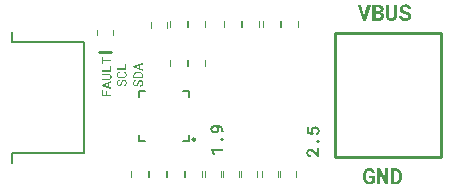
<source format=gto>
G04*
G04 #@! TF.GenerationSoftware,Altium Limited,Altium Designer,20.1.12 (249)*
G04*
G04 Layer_Color=65535*
%FSLAX25Y25*%
%MOIN*%
G70*
G04*
G04 #@! TF.SameCoordinates,107415BC-DFEE-44E7-A37C-D126963BBEB2*
G04*
G04*
G04 #@! TF.FilePolarity,Positive*
G04*
G01*
G75*
%ADD10C,0.01000*%
%ADD11C,0.00394*%
%ADD12C,0.00591*%
%ADD13C,0.00500*%
G36*
X30712Y47501D02*
X33593D01*
Y47101D01*
X30712D01*
Y46102D01*
X30363D01*
Y48500D01*
X30712D01*
Y47501D01*
D02*
G37*
G36*
X33593Y43649D02*
X30363D01*
Y44060D01*
X33249D01*
Y45636D01*
X33593D01*
Y43649D01*
D02*
G37*
G36*
X32638Y42895D02*
X32688Y42889D01*
X32755Y42883D01*
X32827Y42867D01*
X32899Y42850D01*
X32977Y42822D01*
X32988Y42817D01*
X33010Y42806D01*
X33049Y42789D01*
X33093Y42767D01*
X33149Y42734D01*
X33210Y42695D01*
X33271Y42650D01*
X33326Y42600D01*
X33332Y42595D01*
X33349Y42578D01*
X33376Y42545D01*
X33410Y42506D01*
X33443Y42456D01*
X33482Y42401D01*
X33521Y42340D01*
X33554Y42267D01*
X33560Y42256D01*
X33565Y42234D01*
X33582Y42195D01*
X33593Y42145D01*
X33610Y42084D01*
X33626Y42012D01*
X33632Y41929D01*
X33637Y41846D01*
Y41807D01*
X33632Y41762D01*
X33626Y41707D01*
X33615Y41640D01*
X33604Y41568D01*
X33582Y41490D01*
X33554Y41418D01*
X33549Y41407D01*
X33537Y41385D01*
X33521Y41352D01*
X33493Y41302D01*
X33460Y41252D01*
X33421Y41196D01*
X33376Y41141D01*
X33326Y41085D01*
X33321Y41080D01*
X33299Y41063D01*
X33271Y41035D01*
X33226Y41008D01*
X33177Y40974D01*
X33116Y40935D01*
X33049Y40902D01*
X32977Y40869D01*
X32966Y40863D01*
X32943Y40858D01*
X32899Y40847D01*
X32849Y40830D01*
X32788Y40813D01*
X32716Y40802D01*
X32638Y40797D01*
X32555Y40791D01*
X30363Y40797D01*
Y41185D01*
X32555Y41196D01*
X32561D01*
X32577D01*
X32605D01*
X32644Y41202D01*
X32688Y41207D01*
X32733Y41213D01*
X32833Y41241D01*
X32838D01*
X32855Y41252D01*
X32882Y41257D01*
X32910Y41274D01*
X32988Y41313D01*
X33066Y41363D01*
X33071Y41368D01*
X33082Y41379D01*
X33099Y41396D01*
X33121Y41418D01*
X33149Y41451D01*
X33177Y41485D01*
X33232Y41568D01*
Y41574D01*
X33243Y41590D01*
X33249Y41612D01*
X33260Y41651D01*
X33271Y41690D01*
X33282Y41735D01*
X33288Y41790D01*
X33293Y41846D01*
Y41873D01*
X33288Y41901D01*
Y41940D01*
X33277Y41984D01*
X33265Y42029D01*
X33254Y42079D01*
X33232Y42123D01*
X33226Y42129D01*
X33221Y42145D01*
X33210Y42167D01*
X33188Y42195D01*
X33138Y42262D01*
X33071Y42323D01*
X33066Y42328D01*
X33055Y42334D01*
X33032Y42351D01*
X32999Y42367D01*
X32966Y42389D01*
X32927Y42412D01*
X32833Y42445D01*
X32827D01*
X32810Y42450D01*
X32783Y42462D01*
X32749Y42467D01*
X32705Y42478D01*
X32660Y42484D01*
X32555Y42495D01*
X30363Y42500D01*
Y42900D01*
X32555D01*
X32566D01*
X32594D01*
X32638Y42895D01*
D02*
G37*
G36*
X33593Y39942D02*
X32760Y39687D01*
Y38610D01*
X33593Y38349D01*
Y37938D01*
X30363Y38982D01*
Y39326D01*
X33593Y40353D01*
Y39942D01*
D02*
G37*
G36*
X30712Y35874D02*
X31822D01*
Y37217D01*
X32166D01*
Y35874D01*
X33593D01*
Y35458D01*
X30363D01*
Y37439D01*
X30712D01*
Y35874D01*
D02*
G37*
G36*
X68750Y25893D02*
X68802D01*
X68928Y25886D01*
X69076Y25871D01*
X69239Y25841D01*
X69402Y25812D01*
X69572Y25767D01*
X69579D01*
X69594Y25760D01*
X69616Y25752D01*
X69646Y25745D01*
X69727Y25715D01*
X69823Y25671D01*
X69942Y25619D01*
X70068Y25553D01*
X70193Y25471D01*
X70319Y25375D01*
X70334Y25360D01*
X70371Y25331D01*
X70423Y25271D01*
X70497Y25190D01*
X70571Y25094D01*
X70652Y24975D01*
X70734Y24842D01*
X70800Y24694D01*
Y24687D01*
X70808Y24679D01*
X70815Y24650D01*
X70830Y24620D01*
X70837Y24583D01*
X70852Y24539D01*
X70882Y24420D01*
X70919Y24280D01*
X70941Y24110D01*
X70963Y23925D01*
X70970Y23717D01*
Y23658D01*
X70290D01*
Y23769D01*
X70282Y23828D01*
Y23910D01*
X70275Y23999D01*
X70260Y24095D01*
X70245Y24191D01*
X70223Y24287D01*
Y24295D01*
X70208Y24332D01*
X70193Y24376D01*
X70171Y24428D01*
X70142Y24494D01*
X70105Y24561D01*
X70060Y24628D01*
X70016Y24694D01*
X70008Y24702D01*
X69994Y24724D01*
X69964Y24753D01*
X69927Y24790D01*
X69875Y24827D01*
X69823Y24872D01*
X69690Y24946D01*
X69683Y24953D01*
X69653Y24961D01*
X69616Y24975D01*
X69557Y24998D01*
X69490Y25012D01*
X69416Y25035D01*
X69335Y25049D01*
X69246Y25064D01*
X69254Y25057D01*
X69268Y25042D01*
X69291Y25012D01*
X69320Y24975D01*
X69357Y24931D01*
X69387Y24872D01*
X69424Y24813D01*
X69461Y24739D01*
Y24731D01*
X69476Y24702D01*
X69490Y24665D01*
X69505Y24605D01*
X69520Y24539D01*
X69535Y24457D01*
X69542Y24369D01*
X69550Y24272D01*
Y24221D01*
X69542Y24161D01*
X69535Y24087D01*
X69520Y24006D01*
X69505Y23910D01*
X69476Y23814D01*
X69439Y23725D01*
X69431Y23717D01*
X69416Y23688D01*
X69394Y23643D01*
X69357Y23592D01*
X69313Y23525D01*
X69254Y23466D01*
X69194Y23399D01*
X69128Y23333D01*
X69120Y23325D01*
X69091Y23310D01*
X69054Y23281D01*
X68995Y23244D01*
X68928Y23207D01*
X68854Y23170D01*
X68765Y23133D01*
X68669Y23096D01*
X68654D01*
X68625Y23081D01*
X68565Y23074D01*
X68499Y23059D01*
X68410Y23044D01*
X68314Y23029D01*
X68210Y23022D01*
X68099Y23014D01*
X68092D01*
X68084D01*
X68047D01*
X67981Y23022D01*
X67907Y23029D01*
X67818Y23037D01*
X67714Y23059D01*
X67611Y23081D01*
X67507Y23111D01*
X67492Y23118D01*
X67463Y23133D01*
X67411Y23155D01*
X67344Y23185D01*
X67270Y23229D01*
X67189Y23273D01*
X67108Y23333D01*
X67026Y23399D01*
X67019Y23407D01*
X66989Y23436D01*
X66952Y23473D01*
X66908Y23525D01*
X66856Y23592D01*
X66804Y23666D01*
X66745Y23754D01*
X66701Y23851D01*
X66693Y23865D01*
X66678Y23895D01*
X66664Y23954D01*
X66634Y24028D01*
X66612Y24117D01*
X66597Y24213D01*
X66582Y24332D01*
X66575Y24450D01*
Y24509D01*
X66582Y24568D01*
X66590Y24650D01*
X66604Y24746D01*
X66634Y24842D01*
X66664Y24946D01*
X66708Y25049D01*
X66715Y25064D01*
X66730Y25094D01*
X66760Y25146D01*
X66797Y25212D01*
X66849Y25279D01*
X66915Y25360D01*
X66989Y25434D01*
X67071Y25508D01*
X67078Y25516D01*
X67115Y25538D01*
X67159Y25575D01*
X67226Y25619D01*
X67315Y25664D01*
X67411Y25708D01*
X67515Y25760D01*
X67633Y25797D01*
X67648Y25804D01*
X67685Y25812D01*
X67751Y25826D01*
X67840Y25849D01*
X67944Y25871D01*
X68062Y25886D01*
X68195Y25893D01*
X68336Y25900D01*
X68617D01*
X68625D01*
X68639D01*
X68669D01*
X68706D01*
X68750Y25893D01*
D02*
G37*
G36*
X70534Y21483D02*
X70608Y21475D01*
X70682Y21446D01*
X70689D01*
X70697Y21438D01*
X70741Y21416D01*
X70793Y21386D01*
X70852Y21335D01*
X70859Y21320D01*
X70889Y21283D01*
X70926Y21224D01*
X70956Y21150D01*
Y21142D01*
X70963Y21135D01*
X70970Y21113D01*
X70978Y21083D01*
X70993Y21009D01*
X71000Y20913D01*
Y20868D01*
X70993Y20831D01*
X70978Y20757D01*
X70956Y20676D01*
Y20669D01*
X70948Y20661D01*
X70926Y20617D01*
X70896Y20558D01*
X70852Y20498D01*
X70837Y20484D01*
X70800Y20454D01*
X70748Y20417D01*
X70682Y20380D01*
X70674D01*
X70667Y20373D01*
X70645Y20365D01*
X70615D01*
X70549Y20350D01*
X70467Y20343D01*
X70460D01*
X70445D01*
X70430D01*
X70401Y20350D01*
X70334Y20358D01*
X70260Y20380D01*
X70253D01*
X70245Y20387D01*
X70201Y20410D01*
X70142Y20447D01*
X70082Y20498D01*
X70068Y20513D01*
X70038Y20550D01*
X70001Y20602D01*
X69971Y20676D01*
Y20683D01*
X69964Y20698D01*
X69957Y20713D01*
X69949Y20743D01*
X69934Y20817D01*
X69927Y20913D01*
Y20957D01*
X69934Y20994D01*
X69942Y21068D01*
X69971Y21150D01*
Y21157D01*
X69979Y21172D01*
X70001Y21216D01*
X70031Y21275D01*
X70082Y21335D01*
X70097Y21349D01*
X70134Y21379D01*
X70186Y21416D01*
X70260Y21446D01*
X70267D01*
X70275Y21453D01*
X70319Y21468D01*
X70386Y21483D01*
X70467Y21490D01*
X70475D01*
X70489D01*
X70504D01*
X70534Y21483D01*
D02*
G37*
G36*
X70941Y17065D02*
X67640D01*
X68033Y15977D01*
X67315D01*
X66634Y17849D01*
Y17894D01*
X70941D01*
Y17065D01*
D02*
G37*
G36*
X131743Y66022D02*
X131844Y66013D01*
X131965Y66004D01*
X132085Y65976D01*
X132223Y65948D01*
X132353Y65902D01*
X132371Y65893D01*
X132408Y65883D01*
X132473Y65856D01*
X132556Y65819D01*
X132658Y65763D01*
X132751Y65708D01*
X132852Y65643D01*
X132954Y65560D01*
X132964Y65551D01*
X133001Y65523D01*
X133047Y65477D01*
X133102Y65412D01*
X133167Y65338D01*
X133232Y65254D01*
X133297Y65153D01*
X133352Y65042D01*
X133361Y65033D01*
X133370Y64986D01*
X133398Y64931D01*
X133426Y64847D01*
X133444Y64746D01*
X133472Y64635D01*
X133482Y64505D01*
X133491Y64376D01*
X132483D01*
Y64385D01*
Y64403D01*
X132473Y64441D01*
Y64487D01*
X132446Y64598D01*
X132408Y64709D01*
Y64718D01*
X132399Y64736D01*
X132390Y64764D01*
X132371Y64801D01*
X132316Y64885D01*
X132242Y64968D01*
X132233Y64977D01*
X132223Y64986D01*
X132168Y65033D01*
X132076Y65088D01*
X131965Y65134D01*
X131955D01*
X131937Y65144D01*
X131900Y65153D01*
X131853Y65171D01*
X131798Y65180D01*
X131724Y65190D01*
X131567Y65199D01*
X131493D01*
X131447Y65190D01*
X131326Y65180D01*
X131197Y65144D01*
X131187D01*
X131169Y65134D01*
X131141Y65125D01*
X131104Y65106D01*
X131021Y65070D01*
X130929Y65005D01*
X130910Y64986D01*
X130864Y64949D01*
X130808Y64885D01*
X130762Y64792D01*
Y64783D01*
X130753Y64773D01*
X130734Y64718D01*
X130716Y64626D01*
X130707Y64524D01*
Y64514D01*
Y64496D01*
Y64468D01*
X130716Y64431D01*
X130734Y64348D01*
X130780Y64255D01*
Y64246D01*
X130799Y64237D01*
X130836Y64182D01*
X130901Y64108D01*
X130993Y64034D01*
X131002D01*
X131021Y64015D01*
X131049Y63996D01*
X131095Y63969D01*
X131141Y63941D01*
X131206Y63913D01*
X131345Y63849D01*
X131354D01*
X131382Y63839D01*
X131428Y63821D01*
X131483Y63802D01*
X131558Y63784D01*
X131632Y63756D01*
X131816Y63700D01*
X131835D01*
X131881Y63682D01*
X131946Y63664D01*
X132038Y63626D01*
X132140Y63590D01*
X132261Y63552D01*
X132492Y63441D01*
X132510Y63432D01*
X132547Y63414D01*
X132603Y63377D01*
X132677Y63340D01*
X132760Y63284D01*
X132852Y63219D01*
X133028Y63072D01*
X133037Y63062D01*
X133065Y63034D01*
X133102Y62988D01*
X133158Y62933D01*
X133213Y62859D01*
X133269Y62775D01*
X133324Y62683D01*
X133370Y62581D01*
X133380Y62572D01*
X133389Y62535D01*
X133407Y62480D01*
X133435Y62406D01*
X133463Y62313D01*
X133482Y62211D01*
X133491Y62100D01*
X133500Y61980D01*
Y61962D01*
Y61924D01*
X133491Y61851D01*
X133482Y61767D01*
X133463Y61675D01*
X133435Y61564D01*
X133398Y61462D01*
X133352Y61351D01*
X133343Y61342D01*
X133324Y61305D01*
X133297Y61249D01*
X133250Y61185D01*
X133195Y61111D01*
X133130Y61036D01*
X133056Y60953D01*
X132964Y60879D01*
X132954Y60870D01*
X132917Y60852D01*
X132862Y60814D01*
X132797Y60777D01*
X132704Y60731D01*
X132603Y60685D01*
X132492Y60639D01*
X132362Y60602D01*
X132344D01*
X132307Y60583D01*
X132233Y60574D01*
X132140Y60555D01*
X132029Y60537D01*
X131900Y60528D01*
X131752Y60509D01*
X131511D01*
X131447Y60518D01*
X131372D01*
X131280Y60528D01*
X131095Y60555D01*
X131086D01*
X131049Y60565D01*
X131002Y60574D01*
X130938Y60583D01*
X130864Y60602D01*
X130790Y60629D01*
X130614Y60685D01*
X130605Y60694D01*
X130577Y60703D01*
X130531Y60722D01*
X130475Y60750D01*
X130411Y60787D01*
X130336Y60833D01*
X130179Y60926D01*
X130170Y60935D01*
X130151Y60953D01*
X130114Y60981D01*
X130068Y61027D01*
X129957Y61129D01*
X129837Y61259D01*
X129828Y61268D01*
X129809Y61295D01*
X129781Y61332D01*
X129754Y61388D01*
X129717Y61453D01*
X129680Y61527D01*
X129606Y61693D01*
Y61703D01*
X129596Y61739D01*
X129578Y61786D01*
X129569Y61860D01*
X129550Y61934D01*
X129532Y62026D01*
X129523Y62239D01*
X130540D01*
Y62230D01*
Y62202D01*
X130549Y62156D01*
X130559Y62100D01*
X130577Y61962D01*
X130623Y61823D01*
Y61813D01*
X130642Y61795D01*
X130660Y61758D01*
X130679Y61721D01*
X130753Y61629D01*
X130845Y61536D01*
X130854D01*
X130873Y61518D01*
X130901Y61499D01*
X130938Y61471D01*
X131049Y61416D01*
X131178Y61370D01*
X131187D01*
X131215Y61360D01*
X131252Y61351D01*
X131308D01*
X131363Y61342D01*
X131437Y61332D01*
X131604Y61323D01*
X131678D01*
X131733Y61332D01*
X131853Y61342D01*
X131974Y61370D01*
X131983D01*
X132001Y61379D01*
X132029Y61388D01*
X132066Y61406D01*
X132150Y61444D01*
X132242Y61499D01*
X132251D01*
X132261Y61518D01*
X132307Y61564D01*
X132362Y61629D01*
X132408Y61712D01*
Y61721D01*
X132418Y61730D01*
X132446Y61786D01*
X132464Y61869D01*
X132473Y61971D01*
Y61980D01*
Y61998D01*
Y62026D01*
X132464Y62063D01*
X132455Y62147D01*
X132418Y62239D01*
Y62248D01*
X132408Y62257D01*
X132381Y62322D01*
X132325Y62396D01*
X132251Y62480D01*
X132242Y62489D01*
X132233Y62498D01*
X132205Y62516D01*
X132168Y62544D01*
X132066Y62609D01*
X131937Y62674D01*
X131928D01*
X131900Y62692D01*
X131863Y62711D01*
X131807Y62729D01*
X131733Y62757D01*
X131650Y62785D01*
X131558Y62822D01*
X131456Y62849D01*
X131437D01*
X131400Y62868D01*
X131326Y62887D01*
X131243Y62914D01*
X131141Y62951D01*
X131021Y62988D01*
X130780Y63081D01*
X130771Y63090D01*
X130725Y63108D01*
X130669Y63136D01*
X130596Y63182D01*
X130503Y63229D01*
X130411Y63293D01*
X130216Y63432D01*
X130207Y63441D01*
X130179Y63469D01*
X130133Y63516D01*
X130078Y63571D01*
X130013Y63636D01*
X129948Y63719D01*
X129883Y63811D01*
X129828Y63904D01*
X129818Y63913D01*
X129809Y63950D01*
X129781Y64015D01*
X129763Y64089D01*
X129735Y64182D01*
X129708Y64283D01*
X129698Y64403D01*
X129689Y64533D01*
Y64552D01*
Y64588D01*
X129698Y64653D01*
X129708Y64736D01*
X129726Y64838D01*
X129745Y64940D01*
X129781Y65051D01*
X129828Y65153D01*
X129837Y65162D01*
X129856Y65199D01*
X129893Y65254D01*
X129929Y65319D01*
X129994Y65393D01*
X130059Y65467D01*
X130133Y65551D01*
X130226Y65624D01*
X130235Y65634D01*
X130272Y65652D01*
X130327Y65689D01*
X130401Y65736D01*
X130484Y65782D01*
X130586Y65828D01*
X130707Y65874D01*
X130827Y65921D01*
X130845Y65930D01*
X130892Y65939D01*
X130956Y65957D01*
X131058Y65976D01*
X131169Y65995D01*
X131298Y66013D01*
X131437Y66031D01*
X131659D01*
X131743Y66022D01*
D02*
G37*
G36*
X118367Y60574D02*
X117313D01*
X115684Y65957D01*
X116832D01*
X117840Y62072D01*
X118857Y65957D01*
X120004D01*
X118367Y60574D01*
D02*
G37*
G36*
X128727Y62387D02*
Y62378D01*
Y62369D01*
Y62313D01*
X128718Y62230D01*
X128709Y62119D01*
X128699Y61989D01*
X128672Y61860D01*
X128644Y61721D01*
X128597Y61582D01*
X128588Y61564D01*
X128579Y61527D01*
X128551Y61462D01*
X128505Y61379D01*
X128459Y61286D01*
X128403Y61185D01*
X128329Y61083D01*
X128246Y60990D01*
X128237Y60981D01*
X128209Y60953D01*
X128154Y60907D01*
X128089Y60852D01*
X128006Y60796D01*
X127904Y60731D01*
X127793Y60676D01*
X127673Y60620D01*
X127654Y60611D01*
X127617Y60602D01*
X127543Y60583D01*
X127451Y60565D01*
X127339Y60537D01*
X127201Y60518D01*
X127062Y60509D01*
X126905Y60500D01*
X126840D01*
X126757Y60509D01*
X126664Y60518D01*
X126544Y60528D01*
X126424Y60555D01*
X126294Y60583D01*
X126165Y60620D01*
X126146Y60629D01*
X126109Y60648D01*
X126054Y60676D01*
X125970Y60713D01*
X125887Y60768D01*
X125795Y60833D01*
X125693Y60907D01*
X125601Y60990D01*
X125591Y61000D01*
X125564Y61036D01*
X125517Y61083D01*
X125471Y61157D01*
X125416Y61240D01*
X125351Y61342D01*
X125295Y61453D01*
X125240Y61582D01*
X125231Y61601D01*
X125221Y61647D01*
X125203Y61721D01*
X125184Y61813D01*
X125156Y61934D01*
X125138Y62072D01*
X125129Y62221D01*
X125119Y62387D01*
Y65957D01*
X126165D01*
Y62387D01*
Y62378D01*
Y62369D01*
Y62341D01*
Y62304D01*
X126174Y62202D01*
X126192Y62091D01*
X126211Y61962D01*
X126239Y61832D01*
X126285Y61703D01*
X126350Y61592D01*
X126359Y61582D01*
X126387Y61554D01*
X126433Y61508D01*
X126488Y61462D01*
X126572Y61416D01*
X126664Y61370D01*
X126775Y61342D01*
X126905Y61332D01*
X126970D01*
X127034Y61351D01*
X127118Y61370D01*
X127210Y61397D01*
X127303Y61444D01*
X127395Y61508D01*
X127478Y61592D01*
X127488Y61601D01*
X127506Y61638D01*
X127543Y61703D01*
X127580Y61795D01*
X127617Y61906D01*
X127654Y62045D01*
X127682Y62202D01*
X127691Y62387D01*
Y65957D01*
X128727D01*
Y62387D01*
D02*
G37*
G36*
X122659Y65948D02*
X122789Y65939D01*
X122918Y65921D01*
X123196Y65865D01*
X123214D01*
X123260Y65847D01*
X123325Y65828D01*
X123408Y65800D01*
X123501Y65763D01*
X123602Y65717D01*
X123704Y65662D01*
X123806Y65597D01*
X123815Y65588D01*
X123852Y65560D01*
X123898Y65523D01*
X123954Y65467D01*
X124019Y65403D01*
X124083Y65329D01*
X124148Y65236D01*
X124204Y65134D01*
X124213Y65125D01*
X124222Y65088D01*
X124250Y65023D01*
X124278Y64949D01*
X124296Y64857D01*
X124324Y64746D01*
X124333Y64626D01*
X124343Y64487D01*
Y64468D01*
Y64422D01*
X124333Y64348D01*
X124315Y64255D01*
X124296Y64154D01*
X124259Y64043D01*
X124204Y63923D01*
X124139Y63802D01*
X124130Y63793D01*
X124102Y63756D01*
X124056Y63700D01*
X123991Y63636D01*
X123917Y63562D01*
X123815Y63488D01*
X123695Y63414D01*
X123565Y63349D01*
X123575D01*
X123602Y63340D01*
X123649Y63321D01*
X123704Y63303D01*
X123834Y63247D01*
X123963Y63173D01*
X123972Y63164D01*
X123991Y63155D01*
X124028Y63127D01*
X124065Y63090D01*
X124158Y62998D01*
X124250Y62887D01*
X124259Y62877D01*
X124268Y62859D01*
X124287Y62831D01*
X124315Y62785D01*
X124370Y62674D01*
X124416Y62535D01*
Y62526D01*
X124426Y62507D01*
X124435Y62470D01*
X124444Y62415D01*
X124453Y62359D01*
X124463Y62295D01*
X124472Y62147D01*
Y62128D01*
Y62082D01*
X124463Y62008D01*
X124453Y61915D01*
X124435Y61813D01*
X124416Y61693D01*
X124380Y61573D01*
X124333Y61462D01*
X124324Y61453D01*
X124305Y61416D01*
X124278Y61360D01*
X124241Y61286D01*
X124185Y61212D01*
X124120Y61129D01*
X124047Y61046D01*
X123954Y60962D01*
X123945Y60953D01*
X123908Y60935D01*
X123852Y60898D01*
X123787Y60852D01*
X123695Y60805D01*
X123593Y60759D01*
X123473Y60713D01*
X123344Y60667D01*
X123325D01*
X123279Y60648D01*
X123205Y60639D01*
X123112Y60620D01*
X122992Y60602D01*
X122863Y60593D01*
X122714Y60574D01*
X120587D01*
Y65957D01*
X122557D01*
X122659Y65948D01*
D02*
G37*
G36*
X119631Y11522D02*
X119742Y11513D01*
X119872Y11504D01*
X120001Y11485D01*
X120140Y11448D01*
X120270Y11411D01*
X120288Y11402D01*
X120325Y11393D01*
X120390Y11365D01*
X120473Y11328D01*
X120556Y11282D01*
X120658Y11226D01*
X120750Y11152D01*
X120843Y11078D01*
X120852Y11069D01*
X120880Y11041D01*
X120926Y10995D01*
X120973Y10930D01*
X121037Y10856D01*
X121093Y10764D01*
X121148Y10662D01*
X121204Y10551D01*
X121213Y10542D01*
X121222Y10496D01*
X121250Y10431D01*
X121278Y10347D01*
X121306Y10246D01*
X121333Y10125D01*
X121361Y9996D01*
X121379Y9857D01*
X120362D01*
Y9866D01*
Y9876D01*
X120353Y9922D01*
X120334Y9996D01*
X120316Y10088D01*
X120279Y10190D01*
X120242Y10292D01*
X120186Y10394D01*
X120112Y10477D01*
X120103Y10486D01*
X120075Y10514D01*
X120029Y10542D01*
X119964Y10588D01*
X119881Y10625D01*
X119770Y10653D01*
X119650Y10680D01*
X119502Y10690D01*
X119465D01*
X119428Y10680D01*
X119381D01*
X119261Y10644D01*
X119196Y10625D01*
X119132Y10588D01*
X119123D01*
X119104Y10570D01*
X119076Y10542D01*
X119030Y10514D01*
X118938Y10422D01*
X118836Y10292D01*
X118826Y10283D01*
X118817Y10255D01*
X118790Y10218D01*
X118762Y10163D01*
X118734Y10088D01*
X118697Y10005D01*
X118660Y9904D01*
X118632Y9802D01*
Y9792D01*
X118623Y9755D01*
X118614Y9691D01*
X118595Y9607D01*
X118586Y9515D01*
X118568Y9404D01*
X118558Y9274D01*
Y9136D01*
Y8396D01*
Y8387D01*
Y8359D01*
Y8322D01*
X118568Y8275D01*
Y8211D01*
X118577Y8137D01*
X118595Y7970D01*
X118623Y7776D01*
X118669Y7582D01*
X118725Y7397D01*
X118808Y7230D01*
X118817Y7212D01*
X118854Y7165D01*
X118919Y7101D01*
X119002Y7036D01*
X119104Y6962D01*
X119234Y6897D01*
X119391Y6851D01*
X119483Y6842D01*
X119576Y6832D01*
X119650D01*
X119724Y6842D01*
X119807Y6851D01*
X119825D01*
X119881Y6860D01*
X119955Y6879D01*
X120029Y6897D01*
X120038D01*
X120047Y6906D01*
X120094Y6925D01*
X120159Y6944D01*
X120214Y6971D01*
X120232Y6981D01*
X120260Y6999D01*
X120297Y7027D01*
X120334Y7064D01*
X120343Y8044D01*
X119446D01*
Y8821D01*
X121379D01*
Y6694D01*
Y6684D01*
X121361Y6675D01*
X121306Y6620D01*
X121222Y6537D01*
X121102Y6444D01*
X121093Y6435D01*
X121074Y6425D01*
X121037Y6398D01*
X120991Y6370D01*
X120926Y6333D01*
X120861Y6296D01*
X120695Y6222D01*
X120686D01*
X120649Y6204D01*
X120603Y6185D01*
X120538Y6166D01*
X120455Y6139D01*
X120371Y6111D01*
X120270Y6083D01*
X120159Y6065D01*
X120149D01*
X120103Y6055D01*
X120047Y6046D01*
X119964Y6037D01*
X119872Y6019D01*
X119761Y6009D01*
X119650Y6000D01*
X119446D01*
X119354Y6009D01*
X119252Y6019D01*
X119123Y6037D01*
X118984Y6065D01*
X118836Y6102D01*
X118697Y6157D01*
X118678Y6166D01*
X118632Y6185D01*
X118568Y6222D01*
X118475Y6278D01*
X118383Y6342D01*
X118272Y6425D01*
X118160Y6518D01*
X118059Y6629D01*
X118050Y6647D01*
X118012Y6684D01*
X117966Y6749D01*
X117911Y6842D01*
X117846Y6944D01*
X117781Y7073D01*
X117717Y7221D01*
X117652Y7378D01*
Y7388D01*
X117642Y7397D01*
Y7424D01*
X117633Y7462D01*
X117605Y7545D01*
X117587Y7674D01*
X117559Y7822D01*
X117532Y7998D01*
X117522Y8192D01*
X117513Y8396D01*
Y9127D01*
Y9136D01*
Y9154D01*
Y9182D01*
Y9219D01*
X117522Y9330D01*
X117532Y9469D01*
X117550Y9617D01*
X117578Y9792D01*
X117615Y9968D01*
X117661Y10135D01*
Y10144D01*
X117670Y10153D01*
X117689Y10209D01*
X117726Y10292D01*
X117772Y10394D01*
X117827Y10514D01*
X117902Y10644D01*
X117985Y10773D01*
X118077Y10893D01*
X118087Y10912D01*
X118123Y10949D01*
X118179Y11004D01*
X118253Y11069D01*
X118345Y11143D01*
X118456Y11226D01*
X118568Y11300D01*
X118697Y11365D01*
X118716Y11374D01*
X118762Y11393D01*
X118836Y11421D01*
X118928Y11448D01*
X119049Y11476D01*
X119178Y11504D01*
X119326Y11522D01*
X119474Y11531D01*
X119548D01*
X119631Y11522D01*
D02*
G37*
G36*
X125773Y6074D02*
X124737D01*
X123239Y9543D01*
Y6074D01*
X122194D01*
Y11457D01*
X123239D01*
X124728Y7998D01*
Y11457D01*
X125773D01*
Y6074D01*
D02*
G37*
G36*
X128326Y11448D02*
X128456Y11439D01*
X128604Y11411D01*
X128770Y11383D01*
X128937Y11337D01*
X129103Y11272D01*
X129113D01*
X129122Y11263D01*
X129177Y11236D01*
X129261Y11198D01*
X129362Y11143D01*
X129473Y11069D01*
X129603Y10977D01*
X129723Y10875D01*
X129843Y10755D01*
X129862Y10736D01*
X129899Y10699D01*
X129954Y10625D01*
X130019Y10532D01*
X130102Y10422D01*
X130176Y10292D01*
X130260Y10144D01*
X130324Y9978D01*
Y9968D01*
X130333Y9959D01*
X130343Y9931D01*
X130352Y9894D01*
X130380Y9802D01*
X130408Y9681D01*
X130435Y9533D01*
X130463Y9367D01*
X130482Y9182D01*
X130491Y8979D01*
Y8535D01*
Y8525D01*
Y8507D01*
Y8479D01*
Y8442D01*
X130482Y8340D01*
X130472Y8202D01*
X130454Y8054D01*
X130417Y7887D01*
X130380Y7711D01*
X130324Y7536D01*
Y7526D01*
X130315Y7517D01*
X130297Y7462D01*
X130260Y7378D01*
X130204Y7267D01*
X130139Y7147D01*
X130056Y7017D01*
X129964Y6888D01*
X129852Y6758D01*
X129843Y6740D01*
X129797Y6703D01*
X129732Y6647D01*
X129649Y6573D01*
X129538Y6490D01*
X129418Y6407D01*
X129279Y6324D01*
X129122Y6250D01*
X129103Y6241D01*
X129048Y6222D01*
X128964Y6194D01*
X128844Y6166D01*
X128706Y6129D01*
X128548Y6102D01*
X128373Y6083D01*
X128188Y6074D01*
X126735D01*
Y11457D01*
X128225D01*
X128326Y11448D01*
D02*
G37*
G36*
X101668Y25337D02*
X101742D01*
X101823Y25322D01*
X101920Y25308D01*
X102016Y25285D01*
X102119Y25256D01*
X102134D01*
X102164Y25241D01*
X102208Y25219D01*
X102275Y25196D01*
X102341Y25159D01*
X102423Y25115D01*
X102504Y25056D01*
X102578Y24997D01*
X102586Y24989D01*
X102608Y24967D01*
X102645Y24923D01*
X102689Y24871D01*
X102741Y24812D01*
X102793Y24730D01*
X102845Y24642D01*
X102889Y24545D01*
X102896Y24531D01*
X102904Y24501D01*
X102926Y24442D01*
X102941Y24368D01*
X102963Y24272D01*
X102985Y24168D01*
X102993Y24042D01*
X103000Y23909D01*
Y23865D01*
X102993Y23805D01*
Y23739D01*
X102978Y23657D01*
X102963Y23569D01*
X102948Y23472D01*
X102919Y23376D01*
X102911Y23361D01*
X102904Y23332D01*
X102882Y23280D01*
X102859Y23221D01*
X102822Y23147D01*
X102785Y23073D01*
X102682Y22910D01*
X102674Y22903D01*
X102652Y22880D01*
X102615Y22843D01*
X102571Y22792D01*
X102512Y22740D01*
X102445Y22688D01*
X102371Y22636D01*
X102290Y22584D01*
X102282Y22577D01*
X102245Y22562D01*
X102201Y22547D01*
X102134Y22518D01*
X102053Y22496D01*
X101964Y22473D01*
X101868Y22458D01*
X101757Y22451D01*
Y23265D01*
X101772D01*
X101801Y23272D01*
X101853Y23287D01*
X101920Y23302D01*
X101986Y23324D01*
X102060Y23361D01*
X102127Y23406D01*
X102193Y23465D01*
X102201Y23472D01*
X102216Y23494D01*
X102238Y23539D01*
X102267Y23591D01*
X102297Y23650D01*
X102319Y23724D01*
X102334Y23813D01*
X102341Y23909D01*
Y23968D01*
X102334Y24005D01*
X102319Y24094D01*
X102282Y24190D01*
Y24197D01*
X102267Y24212D01*
X102238Y24257D01*
X102186Y24323D01*
X102112Y24383D01*
X102105D01*
X102090Y24397D01*
X102068Y24405D01*
X102038Y24427D01*
X101957Y24456D01*
X101853Y24486D01*
X101846D01*
X101823Y24494D01*
X101794Y24501D01*
X101757Y24508D01*
X101705D01*
X101653Y24516D01*
X101527Y24523D01*
X101520D01*
X101498D01*
X101461D01*
X101424Y24516D01*
X101320Y24508D01*
X101209Y24479D01*
X101202D01*
X101187Y24471D01*
X101157Y24464D01*
X101128Y24449D01*
X101046Y24405D01*
X100965Y24345D01*
X100958Y24338D01*
X100950Y24331D01*
X100906Y24286D01*
X100854Y24212D01*
X100802Y24124D01*
Y24116D01*
X100795Y24101D01*
X100780Y24072D01*
X100773Y24035D01*
X100758Y23990D01*
X100750Y23938D01*
X100743Y23813D01*
Y23739D01*
X100750Y23672D01*
X100765Y23598D01*
Y23591D01*
X100773Y23583D01*
X100780Y23546D01*
X100802Y23494D01*
X100824Y23443D01*
X100832Y23435D01*
X100847Y23406D01*
X100869Y23361D01*
X100898Y23324D01*
X100906Y23317D01*
X100921Y23295D01*
X100950Y23258D01*
X100987Y23221D01*
X100824Y22562D01*
X98634Y22814D01*
Y25204D01*
X99337D01*
Y23487D01*
X100284Y23383D01*
Y23391D01*
X100277Y23398D01*
X100262Y23420D01*
X100247Y23450D01*
X100232Y23487D01*
X100210Y23531D01*
X100173Y23642D01*
Y23650D01*
X100166Y23672D01*
X100151Y23709D01*
X100144Y23753D01*
X100129Y23813D01*
X100121Y23879D01*
X100114Y23953D01*
Y24087D01*
X100121Y24146D01*
X100129Y24220D01*
X100136Y24308D01*
X100158Y24397D01*
X100181Y24494D01*
X100218Y24590D01*
X100225Y24597D01*
X100232Y24634D01*
X100255Y24678D01*
X100292Y24730D01*
X100329Y24797D01*
X100373Y24863D01*
X100432Y24930D01*
X100499Y24997D01*
X100506Y25004D01*
X100528Y25026D01*
X100573Y25056D01*
X100625Y25093D01*
X100691Y25137D01*
X100773Y25182D01*
X100861Y25219D01*
X100958Y25256D01*
X100972Y25263D01*
X101002Y25271D01*
X101061Y25285D01*
X101135Y25300D01*
X101224Y25315D01*
X101328Y25330D01*
X101439Y25344D01*
X101564D01*
X101579D01*
X101616D01*
X101668Y25337D01*
D02*
G37*
G36*
X102534Y20860D02*
X102608Y20853D01*
X102682Y20823D01*
X102689D01*
X102697Y20816D01*
X102741Y20794D01*
X102793Y20764D01*
X102852Y20712D01*
X102859Y20697D01*
X102889Y20660D01*
X102926Y20601D01*
X102956Y20527D01*
Y20520D01*
X102963Y20512D01*
X102970Y20490D01*
X102978Y20460D01*
X102993Y20387D01*
X103000Y20290D01*
Y20246D01*
X102993Y20209D01*
X102978Y20135D01*
X102956Y20053D01*
Y20046D01*
X102948Y20039D01*
X102926Y19994D01*
X102896Y19935D01*
X102852Y19876D01*
X102837Y19861D01*
X102800Y19831D01*
X102748Y19794D01*
X102682Y19758D01*
X102674D01*
X102667Y19750D01*
X102645Y19743D01*
X102615D01*
X102549Y19728D01*
X102467Y19721D01*
X102460D01*
X102445D01*
X102430D01*
X102401Y19728D01*
X102334Y19735D01*
X102260Y19758D01*
X102253D01*
X102245Y19765D01*
X102201Y19787D01*
X102142Y19824D01*
X102082Y19876D01*
X102068Y19891D01*
X102038Y19928D01*
X102001Y19979D01*
X101971Y20053D01*
Y20061D01*
X101964Y20076D01*
X101957Y20090D01*
X101949Y20120D01*
X101934Y20194D01*
X101927Y20290D01*
Y20335D01*
X101934Y20372D01*
X101942Y20446D01*
X101971Y20527D01*
Y20535D01*
X101979Y20549D01*
X102001Y20594D01*
X102031Y20653D01*
X102082Y20712D01*
X102097Y20727D01*
X102134Y20756D01*
X102186Y20794D01*
X102260Y20823D01*
X102267D01*
X102275Y20831D01*
X102319Y20845D01*
X102386Y20860D01*
X102467Y20867D01*
X102475D01*
X102489D01*
X102504D01*
X102534Y20860D01*
D02*
G37*
G36*
X102941Y15133D02*
X102386D01*
X100884Y16531D01*
X100876Y16538D01*
X100854Y16561D01*
X100817Y16590D01*
X100780Y16627D01*
X100676Y16716D01*
X100565Y16805D01*
X100558Y16812D01*
X100543Y16827D01*
X100514Y16842D01*
X100477Y16872D01*
X100388Y16923D01*
X100299Y16983D01*
X100292D01*
X100277Y16997D01*
X100255Y17005D01*
X100225Y17027D01*
X100158Y17056D01*
X100077Y17086D01*
X100070D01*
X100062Y17094D01*
X100010Y17101D01*
X99944Y17108D01*
X99870Y17116D01*
X99862D01*
X99848D01*
X99818D01*
X99788Y17108D01*
X99707Y17101D01*
X99618Y17071D01*
X99611D01*
X99596Y17064D01*
X99552Y17042D01*
X99485Y17012D01*
X99426Y16960D01*
X99418D01*
X99411Y16946D01*
X99381Y16908D01*
X99344Y16849D01*
X99307Y16775D01*
Y16768D01*
X99300Y16760D01*
X99293Y16738D01*
X99285Y16709D01*
X99270Y16635D01*
X99263Y16546D01*
Y16487D01*
X99270Y16428D01*
X99285Y16353D01*
X99307Y16272D01*
X99344Y16191D01*
X99389Y16109D01*
X99455Y16035D01*
X99463Y16028D01*
X99492Y16013D01*
X99529Y15983D01*
X99589Y15954D01*
X99663Y15924D01*
X99751Y15895D01*
X99862Y15880D01*
X99981Y15872D01*
Y15051D01*
X99966D01*
X99929D01*
X99877Y15058D01*
X99803Y15066D01*
X99722Y15073D01*
X99633Y15096D01*
X99537Y15118D01*
X99441Y15155D01*
X99426Y15162D01*
X99396Y15177D01*
X99352Y15199D01*
X99285Y15236D01*
X99219Y15281D01*
X99137Y15332D01*
X99063Y15392D01*
X98989Y15465D01*
X98982Y15473D01*
X98960Y15503D01*
X98923Y15547D01*
X98878Y15599D01*
X98834Y15673D01*
X98782Y15754D01*
X98730Y15843D01*
X98686Y15947D01*
X98678Y15961D01*
X98671Y15998D01*
X98649Y16058D01*
X98627Y16131D01*
X98612Y16220D01*
X98590Y16331D01*
X98582Y16450D01*
X98575Y16576D01*
Y16627D01*
X98582Y16694D01*
X98590Y16768D01*
X98597Y16857D01*
X98612Y16960D01*
X98641Y17056D01*
X98671Y17153D01*
X98678Y17167D01*
X98686Y17197D01*
X98708Y17242D01*
X98738Y17301D01*
X98775Y17375D01*
X98819Y17441D01*
X98871Y17515D01*
X98930Y17582D01*
X98937Y17589D01*
X98960Y17612D01*
X98997Y17641D01*
X99041Y17678D01*
X99100Y17722D01*
X99167Y17767D01*
X99241Y17804D01*
X99330Y17841D01*
X99337Y17848D01*
X99367Y17856D01*
X99418Y17871D01*
X99478Y17885D01*
X99552Y17900D01*
X99640Y17915D01*
X99737Y17930D01*
X99840D01*
X99848D01*
X99877D01*
X99914D01*
X99966Y17922D01*
X100033Y17915D01*
X100099Y17900D01*
X100247Y17863D01*
X100255D01*
X100277Y17848D01*
X100321Y17833D01*
X100366Y17811D01*
X100425Y17789D01*
X100491Y17752D01*
X100632Y17671D01*
X100639Y17663D01*
X100662Y17649D01*
X100699Y17619D01*
X100750Y17589D01*
X100810Y17545D01*
X100869Y17493D01*
X101017Y17375D01*
X101024Y17367D01*
X101046Y17345D01*
X101091Y17308D01*
X101143Y17264D01*
X101202Y17205D01*
X101268Y17145D01*
X101424Y16997D01*
X102282Y16183D01*
Y18078D01*
X102941D01*
Y15133D01*
D02*
G37*
G36*
X44115Y45980D02*
X43282Y45724D01*
Y44648D01*
X44115Y44387D01*
Y43976D01*
X40885Y45020D01*
Y45364D01*
X44115Y46391D01*
Y45980D01*
D02*
G37*
G36*
X42744Y43588D02*
X42822Y43577D01*
X42916Y43566D01*
X43022Y43549D01*
X43127Y43527D01*
X43233Y43494D01*
X43238D01*
X43244Y43488D01*
X43277Y43477D01*
X43327Y43455D01*
X43393Y43421D01*
X43466Y43382D01*
X43543Y43338D01*
X43627Y43282D01*
X43704Y43216D01*
X43715Y43210D01*
X43738Y43183D01*
X43771Y43144D01*
X43815Y43094D01*
X43865Y43027D01*
X43915Y42950D01*
X43965Y42861D01*
X44010Y42766D01*
Y42761D01*
X44015Y42755D01*
X44021Y42739D01*
X44026Y42722D01*
X44043Y42667D01*
X44060Y42589D01*
X44082Y42500D01*
X44098Y42400D01*
X44109Y42284D01*
X44115Y42162D01*
Y41412D01*
X40885D01*
Y42217D01*
X40890Y42284D01*
X40902Y42367D01*
X40918Y42456D01*
X40935Y42561D01*
X40963Y42667D01*
X41001Y42766D01*
Y42772D01*
X41007Y42777D01*
X41024Y42811D01*
X41046Y42861D01*
X41079Y42922D01*
X41124Y42994D01*
X41179Y43066D01*
X41240Y43144D01*
X41307Y43216D01*
X41318Y43222D01*
X41340Y43244D01*
X41384Y43277D01*
X41440Y43321D01*
X41506Y43366D01*
X41590Y43410D01*
X41679Y43455D01*
X41778Y43494D01*
X41784D01*
X41790Y43499D01*
X41806Y43505D01*
X41828Y43510D01*
X41884Y43521D01*
X41956Y43543D01*
X42045Y43560D01*
X42150Y43577D01*
X42261Y43588D01*
X42383Y43593D01*
X42622D01*
X42628D01*
X42639D01*
X42655D01*
X42678D01*
X42744Y43588D01*
D02*
G37*
G36*
X43377Y40846D02*
X43427Y40841D01*
X43488Y40830D01*
X43549Y40807D01*
X43615Y40785D01*
X43677Y40752D01*
X43682Y40746D01*
X43704Y40735D01*
X43732Y40713D01*
X43771Y40685D01*
X43815Y40652D01*
X43860Y40608D01*
X43904Y40558D01*
X43949Y40502D01*
X43954Y40496D01*
X43965Y40474D01*
X43987Y40446D01*
X44010Y40402D01*
X44032Y40352D01*
X44060Y40291D01*
X44087Y40230D01*
X44109Y40158D01*
Y40147D01*
X44115Y40125D01*
X44126Y40086D01*
X44132Y40036D01*
X44143Y39980D01*
X44154Y39914D01*
X44159Y39775D01*
Y39736D01*
X44154Y39697D01*
X44148Y39642D01*
X44143Y39575D01*
X44132Y39503D01*
X44115Y39425D01*
X44093Y39348D01*
X44087Y39336D01*
X44082Y39314D01*
X44065Y39276D01*
X44043Y39226D01*
X44015Y39170D01*
X43987Y39109D01*
X43904Y38981D01*
X43899Y38976D01*
X43882Y38954D01*
X43854Y38926D01*
X43815Y38887D01*
X43771Y38848D01*
X43721Y38804D01*
X43666Y38759D01*
X43599Y38715D01*
X43588Y38709D01*
X43566Y38698D01*
X43527Y38682D01*
X43477Y38665D01*
X43416Y38643D01*
X43349Y38626D01*
X43271Y38615D01*
X43188Y38609D01*
Y39026D01*
X43194D01*
X43216Y39031D01*
X43244Y39037D01*
X43277Y39042D01*
X43366Y39070D01*
X43455Y39109D01*
X43460Y39114D01*
X43471Y39120D01*
X43493Y39131D01*
X43521Y39153D01*
X43588Y39198D01*
X43654Y39264D01*
X43660Y39270D01*
X43666Y39281D01*
X43682Y39303D01*
X43699Y39331D01*
X43715Y39364D01*
X43738Y39403D01*
X43777Y39492D01*
Y39497D01*
X43782Y39514D01*
X43788Y39542D01*
X43793Y39575D01*
X43804Y39619D01*
X43810Y39664D01*
X43815Y39775D01*
Y39819D01*
X43810Y39847D01*
X43804Y39925D01*
X43788Y40008D01*
Y40014D01*
X43782Y40030D01*
X43771Y40052D01*
X43765Y40080D01*
X43732Y40147D01*
X43693Y40213D01*
X43688Y40219D01*
X43682Y40230D01*
X43666Y40247D01*
X43649Y40269D01*
X43599Y40319D01*
X43532Y40363D01*
X43527Y40369D01*
X43516Y40374D01*
X43493Y40385D01*
X43466Y40397D01*
X43432Y40408D01*
X43393Y40413D01*
X43349Y40424D01*
X43299D01*
X43294D01*
X43277D01*
X43249Y40419D01*
X43216Y40413D01*
X43133Y40397D01*
X43094Y40374D01*
X43055Y40352D01*
X43049Y40347D01*
X43038Y40341D01*
X43016Y40324D01*
X42994Y40308D01*
X42938Y40252D01*
X42883Y40180D01*
X42877Y40174D01*
X42872Y40163D01*
X42855Y40141D01*
X42838Y40113D01*
X42822Y40075D01*
X42805Y40036D01*
X42766Y39947D01*
Y39941D01*
X42755Y39925D01*
X42750Y39903D01*
X42739Y39869D01*
X42705Y39792D01*
X42678Y39703D01*
Y39697D01*
X42667Y39675D01*
X42655Y39642D01*
X42639Y39597D01*
X42622Y39542D01*
X42600Y39481D01*
X42544Y39353D01*
X42539Y39348D01*
X42528Y39325D01*
X42511Y39292D01*
X42489Y39248D01*
X42467Y39198D01*
X42433Y39142D01*
X42356Y39031D01*
X42350Y39026D01*
X42333Y39009D01*
X42311Y38981D01*
X42278Y38948D01*
X42239Y38909D01*
X42195Y38870D01*
X42089Y38793D01*
X42084Y38787D01*
X42061Y38781D01*
X42028Y38765D01*
X41984Y38748D01*
X41934Y38732D01*
X41867Y38720D01*
X41801Y38709D01*
X41723Y38704D01*
X41712D01*
X41690D01*
X41645Y38709D01*
X41595Y38715D01*
X41540Y38726D01*
X41479Y38743D01*
X41412Y38765D01*
X41351Y38793D01*
X41346Y38798D01*
X41323Y38809D01*
X41290Y38831D01*
X41251Y38859D01*
X41212Y38892D01*
X41162Y38937D01*
X41118Y38981D01*
X41074Y39037D01*
X41068Y39042D01*
X41057Y39065D01*
X41035Y39092D01*
X41007Y39137D01*
X40979Y39187D01*
X40951Y39242D01*
X40924Y39309D01*
X40902Y39375D01*
X40896Y39386D01*
X40890Y39409D01*
X40879Y39448D01*
X40868Y39492D01*
X40857Y39553D01*
X40852Y39614D01*
X40841Y39681D01*
Y39792D01*
X40846Y39830D01*
X40852Y39880D01*
X40857Y39947D01*
X40868Y40014D01*
X40890Y40086D01*
X40913Y40158D01*
X40918Y40169D01*
X40924Y40191D01*
X40940Y40230D01*
X40963Y40275D01*
X40990Y40330D01*
X41024Y40385D01*
X41063Y40446D01*
X41107Y40502D01*
X41113Y40508D01*
X41129Y40530D01*
X41157Y40558D01*
X41196Y40591D01*
X41240Y40630D01*
X41290Y40668D01*
X41351Y40713D01*
X41418Y40746D01*
X41423Y40752D01*
X41451Y40763D01*
X41484Y40774D01*
X41534Y40796D01*
X41595Y40813D01*
X41662Y40824D01*
X41734Y40835D01*
X41817Y40841D01*
Y40419D01*
X41812D01*
X41795Y40413D01*
X41767D01*
X41734Y40402D01*
X41651Y40385D01*
X41562Y40352D01*
X41557D01*
X41540Y40341D01*
X41523Y40330D01*
X41495Y40319D01*
X41429Y40275D01*
X41368Y40213D01*
X41362Y40208D01*
X41351Y40197D01*
X41340Y40180D01*
X41318Y40158D01*
X41279Y40097D01*
X41240Y40014D01*
Y40008D01*
X41235Y39991D01*
X41223Y39969D01*
X41212Y39936D01*
X41207Y39897D01*
X41196Y39853D01*
X41190Y39753D01*
Y39708D01*
X41196Y39681D01*
X41201Y39603D01*
X41223Y39520D01*
Y39514D01*
X41229Y39503D01*
X41235Y39481D01*
X41246Y39453D01*
X41279Y39386D01*
X41323Y39320D01*
X41329Y39314D01*
X41335Y39309D01*
X41368Y39270D01*
X41423Y39226D01*
X41490Y39181D01*
X41495D01*
X41506Y39176D01*
X41529Y39164D01*
X41557Y39159D01*
X41590Y39148D01*
X41629Y39137D01*
X41717Y39131D01*
X41723D01*
X41740D01*
X41767Y39137D01*
X41801Y39142D01*
X41878Y39159D01*
X41917Y39176D01*
X41956Y39198D01*
X41962Y39203D01*
X41973Y39209D01*
X41989Y39226D01*
X42012Y39248D01*
X42061Y39303D01*
X42117Y39375D01*
Y39381D01*
X42128Y39392D01*
X42139Y39414D01*
X42156Y39442D01*
X42173Y39475D01*
X42189Y39514D01*
X42228Y39603D01*
Y39608D01*
X42234Y39625D01*
X42245Y39647D01*
X42256Y39681D01*
X42278Y39753D01*
X42306Y39836D01*
Y39842D01*
X42311Y39858D01*
X42322Y39880D01*
X42333Y39914D01*
X42345Y39947D01*
X42361Y39991D01*
X42395Y40080D01*
Y40086D01*
X42400Y40102D01*
X42411Y40125D01*
X42422Y40158D01*
X42456Y40230D01*
X42500Y40313D01*
Y40319D01*
X42511Y40336D01*
X42522Y40358D01*
X42539Y40385D01*
X42583Y40452D01*
X42639Y40524D01*
X42644Y40530D01*
X42650Y40541D01*
X42667Y40558D01*
X42689Y40585D01*
X42744Y40641D01*
X42816Y40696D01*
X42822Y40702D01*
X42833Y40707D01*
X42855Y40724D01*
X42883Y40735D01*
X42916Y40757D01*
X42950Y40774D01*
X43038Y40807D01*
X43044D01*
X43060Y40813D01*
X43083Y40824D01*
X43116Y40830D01*
X43155Y40841D01*
X43199Y40846D01*
X43299Y40852D01*
X43310D01*
X43338D01*
X43377Y40846D01*
D02*
G37*
G36*
X38615Y44320D02*
X35385D01*
Y44731D01*
X38271D01*
Y46307D01*
X38615D01*
Y44320D01*
D02*
G37*
G36*
X37683Y43627D02*
X37727Y43621D01*
X37782Y43610D01*
X37844Y43593D01*
X37916Y43571D01*
X37988Y43549D01*
X38060Y43516D01*
X38066Y43510D01*
X38093Y43499D01*
X38127Y43482D01*
X38171Y43455D01*
X38221Y43427D01*
X38271Y43388D01*
X38326Y43344D01*
X38382Y43294D01*
X38388Y43288D01*
X38404Y43271D01*
X38426Y43238D01*
X38460Y43199D01*
X38493Y43149D01*
X38526Y43094D01*
X38559Y43033D01*
X38587Y42961D01*
X38593Y42950D01*
X38598Y42927D01*
X38609Y42889D01*
X38621Y42838D01*
X38637Y42777D01*
X38648Y42705D01*
X38654Y42622D01*
X38659Y42539D01*
Y42505D01*
X38654Y42467D01*
Y42417D01*
X38648Y42361D01*
X38637Y42300D01*
X38604Y42178D01*
Y42173D01*
X38593Y42150D01*
X38582Y42123D01*
X38565Y42084D01*
X38543Y42039D01*
X38515Y41989D01*
X38449Y41890D01*
X38443Y41884D01*
X38432Y41867D01*
X38410Y41845D01*
X38382Y41812D01*
X38349Y41778D01*
X38310Y41740D01*
X38215Y41668D01*
X38210Y41662D01*
X38193Y41651D01*
X38166Y41634D01*
X38127Y41612D01*
X38082Y41590D01*
X38032Y41562D01*
X37921Y41512D01*
X37916D01*
X37894Y41501D01*
X37860Y41490D01*
X37821Y41479D01*
X37771Y41462D01*
X37710Y41451D01*
X37588Y41423D01*
X37583D01*
X37555Y41418D01*
X37522Y41412D01*
X37477Y41407D01*
X37422Y41401D01*
X37361Y41396D01*
X37227Y41390D01*
X36778D01*
X36772D01*
X36745D01*
X36711Y41396D01*
X36667D01*
X36612Y41401D01*
X36550Y41407D01*
X36423Y41423D01*
X36417D01*
X36395Y41429D01*
X36356Y41434D01*
X36312Y41445D01*
X36262Y41457D01*
X36206Y41473D01*
X36090Y41512D01*
X36084Y41518D01*
X36062Y41523D01*
X36034Y41534D01*
X35990Y41557D01*
X35945Y41579D01*
X35895Y41601D01*
X35796Y41668D01*
X35790Y41673D01*
X35773Y41684D01*
X35746Y41706D01*
X35712Y41728D01*
X35673Y41762D01*
X35635Y41801D01*
X35557Y41890D01*
X35551Y41895D01*
X35540Y41912D01*
X35524Y41939D01*
X35502Y41973D01*
X35474Y42017D01*
X35451Y42067D01*
X35402Y42178D01*
X35396Y42184D01*
X35390Y42206D01*
X35379Y42239D01*
X35368Y42283D01*
X35357Y42339D01*
X35352Y42400D01*
X35340Y42467D01*
Y42578D01*
X35346Y42628D01*
X35352Y42683D01*
X35357Y42750D01*
X35374Y42827D01*
X35390Y42900D01*
X35418Y42972D01*
X35424Y42983D01*
X35429Y43005D01*
X35446Y43038D01*
X35474Y43088D01*
X35502Y43138D01*
X35535Y43194D01*
X35579Y43249D01*
X35629Y43299D01*
X35635Y43305D01*
X35651Y43321D01*
X35679Y43349D01*
X35718Y43377D01*
X35768Y43416D01*
X35823Y43449D01*
X35884Y43488D01*
X35957Y43521D01*
X35968Y43527D01*
X35990Y43532D01*
X36029Y43549D01*
X36079Y43566D01*
X36140Y43588D01*
X36212Y43604D01*
X36295Y43621D01*
X36378Y43632D01*
Y43222D01*
X36373D01*
X36351Y43216D01*
X36323D01*
X36290Y43205D01*
X36245Y43199D01*
X36201Y43188D01*
X36106Y43155D01*
X36101D01*
X36084Y43144D01*
X36062Y43133D01*
X36029Y43122D01*
X35957Y43077D01*
X35884Y43022D01*
X35879Y43016D01*
X35868Y43005D01*
X35851Y42988D01*
X35829Y42966D01*
X35779Y42905D01*
X35735Y42822D01*
Y42816D01*
X35724Y42800D01*
X35718Y42777D01*
X35707Y42744D01*
X35696Y42700D01*
X35690Y42655D01*
X35679Y42600D01*
Y42489D01*
X35685Y42456D01*
X35701Y42372D01*
X35729Y42283D01*
Y42278D01*
X35735Y42267D01*
X35746Y42245D01*
X35762Y42217D01*
X35801Y42156D01*
X35857Y42089D01*
X35862Y42084D01*
X35868Y42078D01*
X35884Y42061D01*
X35907Y42039D01*
X35968Y41995D01*
X36045Y41951D01*
X36051D01*
X36062Y41945D01*
X36084Y41934D01*
X36118Y41923D01*
X36151Y41906D01*
X36190Y41895D01*
X36279Y41867D01*
X36284D01*
X36301Y41862D01*
X36323Y41856D01*
X36356Y41851D01*
X36395Y41840D01*
X36434Y41834D01*
X36528Y41817D01*
X36534D01*
X36550D01*
X36573Y41812D01*
X36606D01*
X36684Y41806D01*
X36772D01*
X37227D01*
X37233D01*
X37250D01*
X37272D01*
X37305D01*
X37344Y41812D01*
X37383D01*
X37477Y41817D01*
X37483D01*
X37499Y41823D01*
X37522D01*
X37555Y41828D01*
X37594Y41840D01*
X37638Y41845D01*
X37727Y41867D01*
X37733D01*
X37749Y41873D01*
X37771Y41878D01*
X37799Y41890D01*
X37877Y41917D01*
X37960Y41951D01*
X37966D01*
X37977Y41962D01*
X37999Y41973D01*
X38021Y41989D01*
X38082Y42034D01*
X38149Y42089D01*
X38154Y42095D01*
X38160Y42106D01*
X38177Y42123D01*
X38199Y42145D01*
X38238Y42206D01*
X38282Y42283D01*
Y42289D01*
X38288Y42306D01*
X38299Y42328D01*
X38304Y42356D01*
X38315Y42395D01*
X38326Y42439D01*
X38332Y42539D01*
Y42567D01*
X38326Y42600D01*
Y42639D01*
X38310Y42728D01*
X38282Y42822D01*
Y42827D01*
X38271Y42844D01*
X38260Y42861D01*
X38243Y42889D01*
X38199Y42955D01*
X38138Y43022D01*
X38132Y43027D01*
X38121Y43038D01*
X38099Y43049D01*
X38077Y43072D01*
X38043Y43088D01*
X38004Y43110D01*
X37921Y43155D01*
X37916D01*
X37899Y43160D01*
X37871Y43172D01*
X37838Y43183D01*
X37799Y43194D01*
X37749Y43205D01*
X37644Y43222D01*
Y43632D01*
X37655D01*
X37683Y43627D01*
D02*
G37*
G36*
X37877Y40929D02*
X37927Y40924D01*
X37988Y40913D01*
X38049Y40890D01*
X38116Y40868D01*
X38177Y40835D01*
X38182Y40829D01*
X38204Y40818D01*
X38232Y40796D01*
X38271Y40768D01*
X38315Y40735D01*
X38360Y40691D01*
X38404Y40641D01*
X38449Y40585D01*
X38454Y40580D01*
X38465Y40558D01*
X38487Y40530D01*
X38510Y40485D01*
X38532Y40435D01*
X38559Y40374D01*
X38587Y40313D01*
X38609Y40241D01*
Y40230D01*
X38615Y40208D01*
X38626Y40169D01*
X38632Y40119D01*
X38643Y40064D01*
X38654Y39997D01*
X38659Y39858D01*
Y39819D01*
X38654Y39781D01*
X38648Y39725D01*
X38643Y39658D01*
X38632Y39586D01*
X38615Y39509D01*
X38593Y39431D01*
X38587Y39420D01*
X38582Y39397D01*
X38565Y39359D01*
X38543Y39309D01*
X38515Y39253D01*
X38487Y39192D01*
X38404Y39064D01*
X38399Y39059D01*
X38382Y39037D01*
X38354Y39009D01*
X38315Y38970D01*
X38271Y38931D01*
X38221Y38887D01*
X38166Y38842D01*
X38099Y38798D01*
X38088Y38793D01*
X38066Y38781D01*
X38027Y38765D01*
X37977Y38748D01*
X37916Y38726D01*
X37849Y38709D01*
X37771Y38698D01*
X37688Y38693D01*
Y39109D01*
X37694D01*
X37716Y39114D01*
X37744Y39120D01*
X37777Y39126D01*
X37866Y39153D01*
X37955Y39192D01*
X37960Y39198D01*
X37971Y39203D01*
X37993Y39214D01*
X38021Y39237D01*
X38088Y39281D01*
X38154Y39348D01*
X38160Y39353D01*
X38166Y39364D01*
X38182Y39386D01*
X38199Y39414D01*
X38215Y39448D01*
X38238Y39486D01*
X38276Y39575D01*
Y39581D01*
X38282Y39597D01*
X38288Y39625D01*
X38293Y39658D01*
X38304Y39703D01*
X38310Y39747D01*
X38315Y39858D01*
Y39903D01*
X38310Y39930D01*
X38304Y40008D01*
X38288Y40091D01*
Y40097D01*
X38282Y40113D01*
X38271Y40136D01*
X38265Y40163D01*
X38232Y40230D01*
X38193Y40297D01*
X38188Y40302D01*
X38182Y40313D01*
X38166Y40330D01*
X38149Y40352D01*
X38099Y40402D01*
X38032Y40446D01*
X38027Y40452D01*
X38016Y40458D01*
X37993Y40469D01*
X37966Y40480D01*
X37932Y40491D01*
X37894Y40496D01*
X37849Y40508D01*
X37799D01*
X37794D01*
X37777D01*
X37749Y40502D01*
X37716Y40496D01*
X37633Y40480D01*
X37594Y40458D01*
X37555Y40435D01*
X37549Y40430D01*
X37538Y40424D01*
X37516Y40408D01*
X37494Y40391D01*
X37438Y40336D01*
X37383Y40263D01*
X37377Y40258D01*
X37372Y40247D01*
X37355Y40224D01*
X37339Y40197D01*
X37322Y40158D01*
X37305Y40119D01*
X37266Y40030D01*
Y40025D01*
X37255Y40008D01*
X37250Y39986D01*
X37239Y39952D01*
X37205Y39875D01*
X37178Y39786D01*
Y39781D01*
X37167Y39758D01*
X37155Y39725D01*
X37139Y39681D01*
X37122Y39625D01*
X37100Y39564D01*
X37044Y39436D01*
X37039Y39431D01*
X37028Y39409D01*
X37011Y39375D01*
X36989Y39331D01*
X36967Y39281D01*
X36933Y39226D01*
X36856Y39114D01*
X36850Y39109D01*
X36834Y39092D01*
X36811Y39064D01*
X36778Y39031D01*
X36739Y38992D01*
X36695Y38954D01*
X36589Y38876D01*
X36584Y38870D01*
X36562Y38865D01*
X36528Y38848D01*
X36484Y38831D01*
X36434Y38815D01*
X36367Y38804D01*
X36301Y38793D01*
X36223Y38787D01*
X36212D01*
X36190D01*
X36145Y38793D01*
X36095Y38798D01*
X36040Y38809D01*
X35979Y38826D01*
X35912Y38848D01*
X35851Y38876D01*
X35846Y38881D01*
X35823Y38892D01*
X35790Y38915D01*
X35751Y38942D01*
X35712Y38976D01*
X35662Y39020D01*
X35618Y39064D01*
X35574Y39120D01*
X35568Y39126D01*
X35557Y39148D01*
X35535Y39176D01*
X35507Y39220D01*
X35479Y39270D01*
X35451Y39325D01*
X35424Y39392D01*
X35402Y39459D01*
X35396Y39470D01*
X35390Y39492D01*
X35379Y39531D01*
X35368Y39575D01*
X35357Y39636D01*
X35352Y39697D01*
X35340Y39764D01*
Y39875D01*
X35346Y39914D01*
X35352Y39964D01*
X35357Y40030D01*
X35368Y40097D01*
X35390Y40169D01*
X35413Y40241D01*
X35418Y40252D01*
X35424Y40274D01*
X35440Y40313D01*
X35463Y40358D01*
X35490Y40413D01*
X35524Y40469D01*
X35563Y40530D01*
X35607Y40585D01*
X35612Y40591D01*
X35629Y40613D01*
X35657Y40641D01*
X35696Y40674D01*
X35740Y40713D01*
X35790Y40752D01*
X35851Y40796D01*
X35918Y40829D01*
X35923Y40835D01*
X35951Y40846D01*
X35984Y40857D01*
X36034Y40879D01*
X36095Y40896D01*
X36162Y40907D01*
X36234Y40918D01*
X36317Y40924D01*
Y40502D01*
X36312D01*
X36295Y40496D01*
X36267D01*
X36234Y40485D01*
X36151Y40469D01*
X36062Y40435D01*
X36057D01*
X36040Y40424D01*
X36023Y40413D01*
X35995Y40402D01*
X35929Y40358D01*
X35868Y40297D01*
X35862Y40291D01*
X35851Y40280D01*
X35840Y40263D01*
X35818Y40241D01*
X35779Y40180D01*
X35740Y40097D01*
Y40091D01*
X35735Y40075D01*
X35724Y40052D01*
X35712Y40019D01*
X35707Y39980D01*
X35696Y39936D01*
X35690Y39836D01*
Y39792D01*
X35696Y39764D01*
X35701Y39686D01*
X35724Y39603D01*
Y39597D01*
X35729Y39586D01*
X35735Y39564D01*
X35746Y39536D01*
X35779Y39470D01*
X35823Y39403D01*
X35829Y39397D01*
X35835Y39392D01*
X35868Y39353D01*
X35923Y39309D01*
X35990Y39264D01*
X35995D01*
X36007Y39259D01*
X36029Y39248D01*
X36057Y39242D01*
X36090Y39231D01*
X36129Y39220D01*
X36217Y39214D01*
X36223D01*
X36240D01*
X36267Y39220D01*
X36301Y39226D01*
X36378Y39242D01*
X36417Y39259D01*
X36456Y39281D01*
X36462Y39287D01*
X36473Y39292D01*
X36489Y39309D01*
X36512Y39331D01*
X36562Y39386D01*
X36617Y39459D01*
Y39464D01*
X36628Y39475D01*
X36639Y39497D01*
X36656Y39525D01*
X36672Y39559D01*
X36689Y39597D01*
X36728Y39686D01*
Y39692D01*
X36734Y39708D01*
X36745Y39731D01*
X36756Y39764D01*
X36778Y39836D01*
X36806Y39919D01*
Y39925D01*
X36811Y39941D01*
X36822Y39964D01*
X36834Y39997D01*
X36845Y40030D01*
X36861Y40075D01*
X36895Y40163D01*
Y40169D01*
X36900Y40186D01*
X36911Y40208D01*
X36922Y40241D01*
X36956Y40313D01*
X37000Y40396D01*
Y40402D01*
X37011Y40419D01*
X37022Y40441D01*
X37039Y40469D01*
X37083Y40535D01*
X37139Y40607D01*
X37144Y40613D01*
X37150Y40624D01*
X37167Y40641D01*
X37189Y40668D01*
X37244Y40724D01*
X37316Y40780D01*
X37322Y40785D01*
X37333Y40791D01*
X37355Y40807D01*
X37383Y40818D01*
X37416Y40841D01*
X37449Y40857D01*
X37538Y40890D01*
X37544D01*
X37560Y40896D01*
X37583Y40907D01*
X37616Y40913D01*
X37655Y40924D01*
X37699Y40929D01*
X37799Y40935D01*
X37810D01*
X37838D01*
X37877Y40929D01*
D02*
G37*
%LPC*%
G36*
X32400Y39576D02*
X31001Y39154D01*
X32400Y38721D01*
Y39576D01*
D02*
G37*
G36*
X68484Y25079D02*
X68188D01*
X68181D01*
X68151D01*
X68107D01*
X68047Y25072D01*
X67981Y25064D01*
X67914Y25057D01*
X67774Y25027D01*
X67766D01*
X67744Y25020D01*
X67714Y25012D01*
X67670Y24998D01*
X67574Y24953D01*
X67478Y24894D01*
X67470D01*
X67455Y24879D01*
X67411Y24842D01*
X67352Y24776D01*
X67300Y24694D01*
Y24687D01*
X67293Y24672D01*
X67278Y24650D01*
X67270Y24620D01*
X67248Y24539D01*
X67241Y24443D01*
Y24391D01*
X67248Y24361D01*
X67270Y24272D01*
X67315Y24184D01*
Y24176D01*
X67330Y24169D01*
X67359Y24117D01*
X67418Y24058D01*
X67500Y23991D01*
X67507D01*
X67522Y23976D01*
X67544Y23969D01*
X67581Y23947D01*
X67663Y23910D01*
X67774Y23873D01*
X67781D01*
X67796Y23865D01*
X67825Y23858D01*
X67870D01*
X67914Y23851D01*
X67966Y23843D01*
X68084Y23836D01*
X68092D01*
X68114D01*
X68144D01*
X68188Y23843D01*
X68292Y23851D01*
X68403Y23873D01*
X68410D01*
X68425Y23880D01*
X68454Y23888D01*
X68491Y23902D01*
X68580Y23939D01*
X68669Y23991D01*
X68676Y23999D01*
X68684Y24006D01*
X68736Y24050D01*
X68787Y24110D01*
X68847Y24191D01*
Y24198D01*
X68854Y24213D01*
X68869Y24235D01*
X68876Y24272D01*
X68906Y24354D01*
X68913Y24465D01*
Y24502D01*
X68906Y24531D01*
X68898Y24598D01*
X68884Y24672D01*
Y24679D01*
X68876Y24687D01*
X68854Y24731D01*
X68824Y24790D01*
X68787Y24850D01*
Y24857D01*
X68780Y24864D01*
X68750Y24894D01*
X68706Y24938D01*
X68654Y24983D01*
X68647D01*
X68639Y24990D01*
X68602Y25020D01*
X68551Y25049D01*
X68484Y25079D01*
D02*
G37*
G36*
X122400Y65106D02*
X121632D01*
Y63691D01*
X122474D01*
X122548Y63700D01*
X122650Y63719D01*
X122751Y63737D01*
X122863Y63775D01*
X122974Y63821D01*
X123066Y63876D01*
X123075Y63885D01*
X123103Y63913D01*
X123140Y63950D01*
X123186Y64006D01*
X123232Y64080D01*
X123269Y64172D01*
X123297Y64274D01*
X123307Y64394D01*
Y64413D01*
Y64459D01*
X123297Y64524D01*
X123279Y64607D01*
X123251Y64690D01*
X123205Y64783D01*
X123149Y64866D01*
X123075Y64940D01*
X123066Y64949D01*
X123029Y64968D01*
X122983Y64995D01*
X122909Y65023D01*
X122807Y65051D01*
X122696Y65079D01*
X122557Y65097D01*
X122400Y65106D01*
D02*
G37*
G36*
X122603Y62942D02*
X121632D01*
Y61406D01*
X122576D01*
X122631Y61416D01*
X122705Y61425D01*
X122798Y61434D01*
X122899Y61462D01*
X123011Y61499D01*
X123112Y61554D01*
X123205Y61619D01*
X123214Y61629D01*
X123242Y61656D01*
X123279Y61703D01*
X123316Y61767D01*
X123353Y61841D01*
X123390Y61934D01*
X123417Y62036D01*
X123427Y62156D01*
Y62174D01*
Y62221D01*
X123417Y62285D01*
X123408Y62369D01*
X123380Y62461D01*
X123353Y62554D01*
X123297Y62646D01*
X123232Y62729D01*
X123223Y62739D01*
X123196Y62766D01*
X123149Y62794D01*
X123075Y62840D01*
X122992Y62877D01*
X122881Y62905D01*
X122751Y62933D01*
X122603Y62942D01*
D02*
G37*
G36*
X128132Y10616D02*
X127790D01*
Y6906D01*
X128234D01*
X128289Y6916D01*
X128363Y6925D01*
X128437Y6934D01*
X128530Y6953D01*
X128613Y6981D01*
X128706Y7017D01*
X128715Y7027D01*
X128743Y7036D01*
X128789Y7064D01*
X128844Y7101D01*
X128900Y7147D01*
X128964Y7193D01*
X129094Y7332D01*
X129103Y7341D01*
X129122Y7369D01*
X129149Y7415D01*
X129186Y7480D01*
X129233Y7554D01*
X129270Y7637D01*
X129307Y7739D01*
X129344Y7850D01*
Y7869D01*
X129362Y7905D01*
X129372Y7970D01*
X129390Y8054D01*
X129409Y8155D01*
X129418Y8266D01*
X129436Y8396D01*
Y8535D01*
Y8988D01*
Y9006D01*
Y9053D01*
Y9117D01*
X129427Y9210D01*
X129418Y9312D01*
X129399Y9413D01*
X129353Y9645D01*
Y9654D01*
X129334Y9700D01*
X129316Y9755D01*
X129288Y9820D01*
X129251Y9904D01*
X129214Y9996D01*
X129103Y10163D01*
X129094Y10172D01*
X129076Y10199D01*
X129039Y10237D01*
X128992Y10283D01*
X128928Y10338D01*
X128863Y10394D01*
X128696Y10496D01*
X128687Y10505D01*
X128650Y10514D01*
X128604Y10532D01*
X128539Y10560D01*
X128456Y10579D01*
X128354Y10597D01*
X128252Y10606D01*
X128132Y10616D01*
D02*
G37*
G36*
X42922Y45614D02*
X41523Y45192D01*
X42922Y44759D01*
Y45614D01*
D02*
G37*
G36*
X42622Y43183D02*
X42378D01*
X42372D01*
X42367D01*
X42333D01*
X42289Y43177D01*
X42228Y43172D01*
X42161Y43166D01*
X42084Y43155D01*
X41923Y43116D01*
X41912D01*
X41890Y43105D01*
X41851Y43088D01*
X41801Y43072D01*
X41740Y43044D01*
X41684Y43011D01*
X41623Y42972D01*
X41562Y42927D01*
X41557Y42922D01*
X41534Y42905D01*
X41506Y42877D01*
X41473Y42844D01*
X41434Y42794D01*
X41396Y42744D01*
X41351Y42683D01*
X41318Y42611D01*
X41312Y42600D01*
X41301Y42578D01*
X41290Y42539D01*
X41273Y42483D01*
X41257Y42417D01*
X41240Y42345D01*
X41229Y42256D01*
X41223Y42162D01*
Y41834D01*
X43782D01*
Y42206D01*
X43777Y42256D01*
X43771Y42317D01*
X43760Y42383D01*
X43743Y42461D01*
X43721Y42539D01*
X43693Y42611D01*
X43688Y42622D01*
X43677Y42644D01*
X43654Y42678D01*
X43627Y42722D01*
X43593Y42772D01*
X43549Y42827D01*
X43499Y42877D01*
X43444Y42927D01*
X43438Y42933D01*
X43416Y42950D01*
X43382Y42972D01*
X43338Y43000D01*
X43288Y43027D01*
X43222Y43061D01*
X43155Y43088D01*
X43077Y43116D01*
X43066Y43122D01*
X43038Y43127D01*
X43000Y43138D01*
X42938Y43149D01*
X42872Y43160D01*
X42794Y43172D01*
X42711Y43177D01*
X42622Y43183D01*
D02*
G37*
%LPD*%
D10*
X61436Y21026D02*
G03*
X61436Y21026I-394J0D01*
G01*
X29492Y50039D02*
X33492D01*
X108189Y15315D02*
X143622D01*
X108189D02*
Y56653D01*
X143622D01*
Y15315D02*
Y56653D01*
D11*
X46744Y58169D02*
Y60138D01*
X52256Y58169D02*
Y60138D01*
X28744Y55669D02*
Y57638D01*
X34256Y55669D02*
Y57638D01*
X95756Y58516D02*
Y60484D01*
X90244Y58516D02*
Y60484D01*
X70744Y8516D02*
Y10484D01*
X76256Y8516D02*
Y10484D01*
X64744Y8516D02*
Y10484D01*
X70256Y8516D02*
Y10484D01*
X89744Y8516D02*
Y10484D01*
X95256Y8516D02*
Y10484D01*
X59244Y45516D02*
Y47484D01*
X64756Y45516D02*
Y47484D01*
X53244Y45516D02*
Y47484D01*
X58756Y45516D02*
Y47484D01*
X76756Y58516D02*
Y60484D01*
X71244Y58516D02*
Y60484D01*
X59244Y58516D02*
Y60484D01*
X64756Y58516D02*
Y60484D01*
X53244Y58516D02*
Y60484D01*
X58756Y58516D02*
Y60484D01*
X89256Y8516D02*
Y10484D01*
X83744Y8516D02*
Y10484D01*
X82256Y8516D02*
Y10484D01*
X76744Y8516D02*
Y10484D01*
X84244Y58516D02*
Y60484D01*
X89756Y58516D02*
Y60484D01*
X77244Y58516D02*
Y60484D01*
X82756Y58516D02*
Y60484D01*
X58244Y8555D02*
Y10524D01*
X63756Y8555D02*
Y10524D01*
X52244Y8555D02*
Y10524D01*
X57756Y8555D02*
Y10524D01*
X51756Y8476D02*
Y10445D01*
X46244Y8476D02*
Y10445D01*
X45756Y8476D02*
Y10445D01*
X40244Y8476D02*
Y10445D01*
D12*
X358Y13051D02*
Y16496D01*
X24374D01*
Y53504D01*
X358D02*
X24374D01*
X358D02*
Y56949D01*
D13*
X59468Y20632D02*
Y22601D01*
X57499Y20632D02*
X59468D01*
Y35199D02*
Y37168D01*
X57499D02*
X59468D01*
X42932D02*
X44901D01*
X42932Y35199D02*
Y37168D01*
Y20632D02*
Y22601D01*
Y20632D02*
X44901D01*
M02*

</source>
